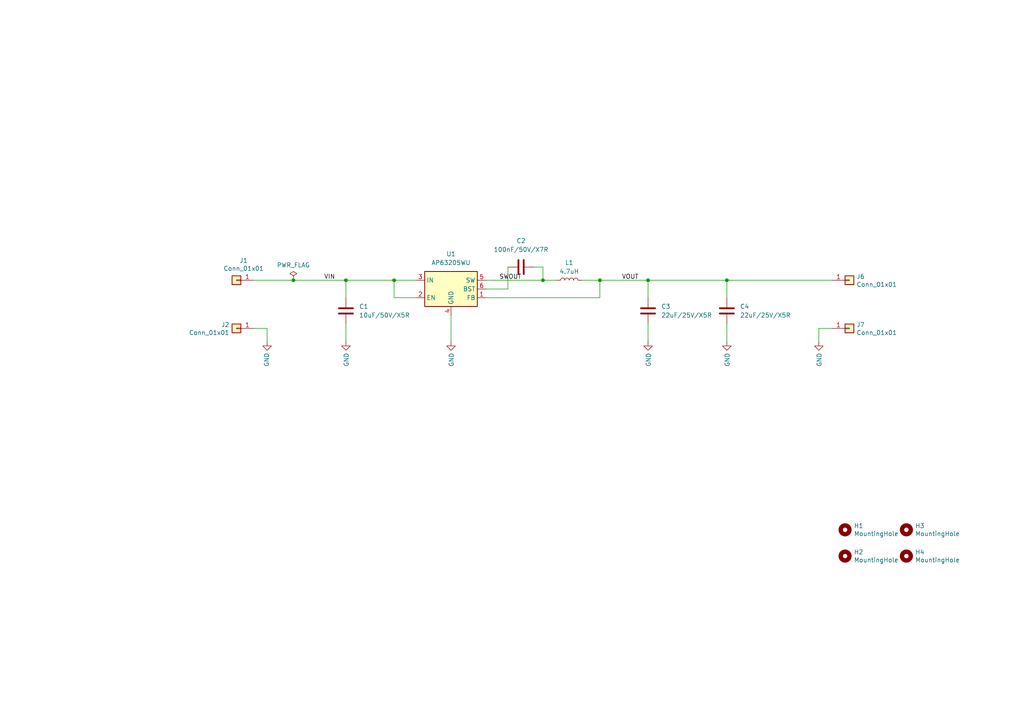
<source format=kicad_sch>
(kicad_sch (version 20231120) (generator "eeschema") (generator_version "8.0")
  (paper "A4")
  (title_block (title "Low voltage power supply DC/DC ") (date "2024-10-28") (rev "v1"))
  (lib_symbols
    (symbol "Connector_Generic:Conn_01x01" (pin_names (offset 1.016) hide)
      (property "Reference" "J" (at 0 2.54 0))
      (property "Value" "Conn_01x01" (at 0 -2.54 0))
      (symbol "Conn_01x01_1_1"
        (rectangle (start -1.27 0.127) (end 0 -0.127) (stroke (width 0.1524)))
        (rectangle (start -1.27 1.27) (end 1.27 -1.27) (stroke (width 0.254)) (fill (type background)))
        (pin passive line (at -5.08 0 0) (length 3.81) (name "Pin_1") (number "1"))
      )
    )
    (symbol "Device:C" (pin_numbers hide) (pin_names (offset 0.254))
      (property "Reference" "C" (at 0.635 2.54 0))
      (property "Value" "C" (at 0.635 -2.54 0))
      (symbol "C_0_1"
        (polyline (pts (xy -2.032 -0.762) (xy 2.032 -0.762)) (stroke (width 0.508)))
        (polyline (pts (xy -2.032 0.762) (xy 2.032 0.762)) (stroke (width 0.508)))
      )
      (symbol "C_1_1"
        (pin passive line (at 0 3.81 270) (length 2.794) (name "~") (number "1"))
        (pin passive line (at 0 -3.81 90) (length 2.794) (name "~") (number "2"))
      )
    )
    (symbol "Device:L" (pin_numbers hide) (pin_names (offset 1.016) hide)
      (property "Reference" "L" (at -1.27 0 90))
      (property "Value" "L" (at 1.905 0 90))
      (symbol "L_0_1"
        (arc (start 0 -2.54) (mid 0.6323 -1.905) (end 0 -1.27))
        (arc (start 0 -1.27) (mid 0.6323 -0.635) (end 0 0))
        (arc (start 0 0) (mid 0.6323 0.635) (end 0 1.27))
        (arc (start 0 1.27) (mid 0.6323 1.905) (end 0 2.54))
      )
      (symbol "L_1_1"
        (pin passive line (at 0 3.81 270) (length 1.27) (name "1") (number "1"))
        (pin passive line (at 0 -3.81 90) (length 1.27) (name "2") (number "2"))
      )
    )
    (symbol "Mechanical:MountingHole" (pin_names (offset 1.016))
      (property "Reference" "H" (at 0 5.08 0))
      (property "Value" "MountingHole" (at 0 3.175 0))
      (symbol "MountingHole_0_1"
        (circle (center 0 0) (radius 1.27) (stroke (width 1.27)))
      )
    )
    (symbol "Regulator_Switching:AP63205WU"
      (property "Reference" "U" (at -7.62 6.35 0))
      (property "Value" "AP63205WU" (at 2.54 6.35 0))
      (symbol "AP63205WU_0_1"
        (rectangle (start -7.62 5.08) (end 7.62 -5.08) (stroke (width 0.254)) (fill (type background)))
      )
      (symbol "AP63205WU_1_1"
        (pin input line (at 10.16 -2.54 180) (length 2.54) (name "FB") (number "1"))
        (pin input line (at -10.16 -2.54 0) (length 2.54) (name "EN") (number "2"))
        (pin power_in line (at -10.16 2.54 0) (length 2.54) (name "IN") (number "3"))
        (pin power_in line (at 0 -7.62 90) (length 2.54) (name "GND") (number "4"))
        (pin output line (at 10.16 2.54 180) (length 2.54) (name "SW") (number "5"))
        (pin passive line (at 10.16 0 180) (length 2.54) (name "BST") (number "6"))
      )
    )
    (symbol "power:GND" (power) (pin_names (offset 0))
      (property "Value" "GND" (at 0 -3.81 0))
      (symbol "GND_0_1"
        (polyline (pts (xy 0 0) (xy 0 -1.27) (xy 1.27 -1.27) (xy 0 -2.54) (xy -1.27 -1.27) (xy 0 -1.27)))
      )
      (symbol "GND_1_1"
        (pin power_in line (at 0 0 270) (length 0) hide (name "GND") (number "1"))
      )
    )
    (symbol "power:PWR_FLAG" (power) (pin_numbers hide) (pin_names (offset 0) hide)
      (property "Value" "PWR_FLAG" (at 0 3.81 0))
      (symbol "PWR_FLAG_0_0"
        (pin power_out line (at 0 0 90) (length 0) (name "pwr") (number "1"))
      )
      (symbol "PWR_FLAG_0_1"
        (polyline (pts (xy 0 0) (xy 0 1.27) (xy -1.016 1.905) (xy 0 2.54) (xy 1.016 1.905) (xy 0 1.27)))
      )
    )
  )
  (junction (at 210.82 81.28))
  (junction (at 157.48 81.28))
  (junction (at 173.99 81.28))
  (junction (at 114.3 81.28))
  (junction (at 100.33 81.28))
  (junction (at 187.96 81.28))
  (junction (at 85.09 81.28))
  (wire (pts (xy 173.99 86.36) (xy 173.99 81.28)))
  (wire (pts (xy 114.3 86.36) (xy 114.3 81.28)))
  (wire (pts (xy 157.48 77.47) (xy 157.48 81.28)))
  (wire (pts (xy 140.97 86.36) (xy 173.99 86.36)))
  (wire (pts (xy 241.3 95.25) (xy 237.49 95.25)))
  (wire (pts (xy 130.81 91.44) (xy 130.81 99.06)))
  (wire (pts (xy 154.94 77.47) (xy 157.48 77.47)))
  (wire (pts (xy 173.99 81.28) (xy 187.96 81.28)))
  (wire (pts (xy 210.82 86.36) (xy 210.82 81.28)))
  (wire (pts (xy 77.47 99.06) (xy 77.47 95.25)))
  (wire (pts (xy 173.99 81.28) (xy 168.91 81.28)))
  (wire (pts (xy 100.33 93.98) (xy 100.33 99.06)))
  (wire (pts (xy 187.96 93.98) (xy 187.96 99.06)))
  (wire (pts (xy 114.3 81.28) (xy 120.65 81.28)))
  (wire (pts (xy 147.32 83.82) (xy 147.32 77.47)))
  (wire (pts (xy 85.09 81.28) (xy 100.33 81.28)))
  (wire (pts (xy 100.33 81.28) (xy 114.3 81.28)))
  (wire (pts (xy 140.97 83.82) (xy 147.32 83.82)))
  (wire (pts (xy 237.49 99.06) (xy 237.49 95.25)))
  (wire (pts (xy 73.66 95.25) (xy 77.47 95.25)))
  (wire (pts (xy 210.82 81.28) (xy 241.3 81.28)))
  (wire (pts (xy 120.65 86.36) (xy 114.3 86.36)))
  (wire (pts (xy 100.33 81.28) (xy 100.33 86.36)))
  (wire (pts (xy 157.48 81.28) (xy 161.29 81.28)))
  (wire (pts (xy 187.96 81.28) (xy 187.96 86.36)))
  (wire (pts (xy 73.66 81.28) (xy 85.09 81.28)))
  (wire (pts (xy 210.82 93.98) (xy 210.82 99.06)))
  (wire (pts (xy 187.96 81.28) (xy 210.82 81.28)))
  (wire (pts (xy 140.97 81.28) (xy 157.48 81.28)))
  (label "VIN" (at 93.98 81.28 0))
  (label "SWOUT" (at 144.78 81.28 0))
  (label "VOUT" (at 180.34 81.28 0))
  (symbol (lib_id "Mechanical:MountingHole") (at 245.11 153.67 0) (unit 1)
    (property "Reference" "H1" (at 247.65 152.5016 0) (effects (justify left)))
    (property "Value" "MountingHole" (at 247.65 154.813 0) (effects (justify left)))
    (property "Footprint" "MountingHole:MountingHole_3.2mm_M3_Pad_Via" (effects (hide yes)))
  )
  (symbol (lib_id "Mechanical:MountingHole") (at 262.89 153.67 0) (unit 1)
    (property "Reference" "H3" (at 265.43 152.5016 0) (effects (justify left)))
    (property "Value" "MountingHole" (at 265.43 154.813 0) (effects (justify left)))
    (property "Footprint" "MountingHole:MountingHole_3.2mm_M3_Pad_Via" (effects (hide yes)))
  )
  (symbol (lib_id "Mechanical:MountingHole") (at 245.11 161.29 0) (unit 1)
    (property "Reference" "H2" (at 247.65 160.1216 0) (effects (justify left)))
    (property "Value" "MountingHole" (at 247.65 162.433 0) (effects (justify left)))
    (property "Footprint" "MountingHole:MountingHole_3.2mm_M3_Pad_Via" (effects (hide yes)))
  )
  (symbol (lib_id "Mechanical:MountingHole") (at 262.89 161.29 0) (unit 1)
    (property "Reference" "H4" (at 265.43 160.1216 0) (effects (justify left)))
    (property "Value" "MountingHole" (at 265.43 162.433 0) (effects (justify left)))
    (property "Footprint" "MountingHole:MountingHole_3.2mm_M3_Pad_Via" (effects (hide yes)))
  )
  (symbol (lib_id "Connector_Generic:Conn_01x01") (at 246.38 81.28 0) (unit 1)
    (property "Reference" "J6" (at 248.412 80.2132 0) (effects (justify left)))
    (property "Value" "Conn_01x01" (at 248.412 82.5246 0) (effects (justify left)))
    (property "Footprint" "Connector_Pin:Pin_D1.0mm_L10.0mm" (effects (hide yes)))
  )
  (symbol (lib_id "Connector_Generic:Conn_01x01") (at 246.38 95.25 0) (unit 1)
    (property "Reference" "J7" (at 248.412 94.1832 0) (effects (justify left)))
    (property "Value" "Conn_01x01" (at 248.412 96.4946 0) (effects (justify left)))
    (property "Footprint" "Connector_Pin:Pin_D1.0mm_L10.0mm" (effects (hide yes)))
  )
  (symbol (lib_id "Connector_Generic:Conn_01x01") (at 68.58 81.28 180) (unit 1)
    (property "Reference" "J1" (at 70.6628 75.565 0))
    (property "Value" "Conn_01x01" (at 70.6628 77.8764 0))
    (property "Footprint" "Connector_Pin:Pin_D1.0mm_L10.0mm" (effects (hide yes)))
  )
  (symbol (lib_id "power:PWR_FLAG") (at 85.09 81.28 0) (unit 1)
    (property "Reference" "#FLG01" (effects (hide yes)))
    (property "Value" "PWR_FLAG" (at 85.09 76.8858 0))
  )
  (symbol (lib_id "Connector_Generic:Conn_01x01") (at 68.58 95.25 0) (mirror y) (unit 1)
    (property "Reference" "J2" (at 66.548 94.1832 0) (effects (justify left)))
    (property "Value" "Conn_01x01" (at 66.548 96.4946 0) (effects (justify left)))
    (property "Footprint" "Connector_Pin:Pin_D1.0mm_L10.0mm" (effects (hide yes)))
  )
  (symbol (lib_id "Device:C") (at 187.96 90.17 0) (unit 1)
    (property "Reference" "C3" (at 191.7676 88.8999 0) (effects (justify left)))
    (property "Value" "22uF/25V/X5R" (at 191.7676 91.4399 0) (effects (justify left)))
    (property "Footprint" "Capacitor_SMD:C_0805_2012Metric_Pad1.18x1.45mm_HandSolder" (effects (hide yes)))
    (property "Description" "Unpolarized capacitor" (effects (hide yes)))
  )
  (symbol (lib_id "Device:C") (at 210.82 90.17 0) (unit 1)
    (property "Reference" "C4" (at 214.6276 88.8999 0) (effects (justify left)))
    (property "Value" "22uF/25V/X5R" (at 214.6276 91.4399 0) (effects (justify left)))
    (property "Footprint" "Capacitor_SMD:C_0805_2012Metric_Pad1.18x1.45mm_HandSolder" (effects (hide yes)))
    (property "Description" "Unpolarized capacitor" (effects (hide yes)))
  )
  (symbol (lib_id "Device:C") (at 151.13 77.47 270) (unit 1)
    (property "Reference" "C2" (at 151.13 69.85 90))
    (property "Value" "100nF/50V/X7R" (at 151.13 72.39 90))
    (property "Footprint" "Capacitor_SMD:C_0805_2012Metric_Pad1.18x1.45mm_HandSolder" (effects (hide yes)))
    (property "Description" "Unpolarized capacitor" (effects (hide yes)))
  )
  (symbol (lib_id "power:GND") (at 100.33 99.06 0) (unit 1)
    (property "Reference" "#PWR06" (effects (hide yes)))
    (property "Value" "GND" (at 100.457 102.3112 90) (effects (justify right)))
  )
  (symbol (lib_id "Regulator_Switching:AP63205WU") (at 130.81 83.82 0) (unit 1)
    (property "Reference" "U1" (at 130.81 73.66 0))
    (property "Value" "AP63205WU" (at 130.81 76.2 0))
    (property "Footprint" "Package_TO_SOT_SMD:TSOT-23-6" (effects (hide yes)))
    (property "Datasheet" "https://www.diodes.com/assets/Datasheets/AP63200-AP63201-AP63203-AP63205.pdf" (effects (hide yes)))
    (property "Description" "2A, 1.1MHz Buck DC/DC Converter, fixed 5.0V output voltage, TSOT-23-6" (effects (hide yes)))
  )
  (symbol (lib_id "power:GND") (at 210.82 99.06 0) (unit 1)
    (property "Reference" "#PWR016" (effects (hide yes)))
    (property "Value" "GND" (at 210.947 102.3112 90) (effects (justify right)))
  )
  (symbol (lib_id "power:GND") (at 187.96 99.06 0) (unit 1)
    (property "Reference" "#PWR014" (effects (hide yes)))
    (property "Value" "GND" (at 188.087 102.3112 90) (effects (justify right)))
  )
  (symbol (lib_id "Device:C") (at 100.33 90.17 0) (unit 1)
    (property "Reference" "C1" (at 104.14 88.8999 0) (effects (justify left)))
    (property "Value" "10uF/50V/X5R" (at 104.14 91.4399 0) (effects (justify left)))
    (property "Footprint" "Capacitor_SMD:C_0805_2012Metric_Pad1.18x1.45mm_HandSolder" (effects (hide yes)))
    (property "Description" "Unpolarized capacitor" (effects (hide yes)))
  )
  (symbol (lib_id "power:GND") (at 130.81 99.06 0) (unit 1)
    (property "Reference" "#PWR07" (effects (hide yes)))
    (property "Value" "GND" (at 130.937 102.3112 90) (effects (justify right)))
  )
  (symbol (lib_id "power:GND") (at 237.49 99.06 0) (unit 1)
    (property "Reference" "#PWR015" (effects (hide yes)))
    (property "Value" "GND" (at 237.617 102.3112 90) (effects (justify right)))
  )
  (symbol (lib_id "power:GND") (at 77.47 99.06 0) (mirror y) (unit 1)
    (property "Reference" "#PWR04" (effects (hide yes)))
    (property "Value" "GND" (at 77.343 102.3112 90) (effects (justify right)))
  )
  (symbol (lib_id "Device:L") (at 165.1 81.28 90) (unit 1)
    (property "Reference" "L1" (at 165.1 76.2 90))
    (property "Value" "4.7uH" (at 165.1 78.74 90))
    (property "Footprint" "Inductor_SMD:L_Bourns-SRN6028" (effects (hide yes)))
    (property "Description" "Inductor" (effects (hide yes)))
  )
)
</source>
